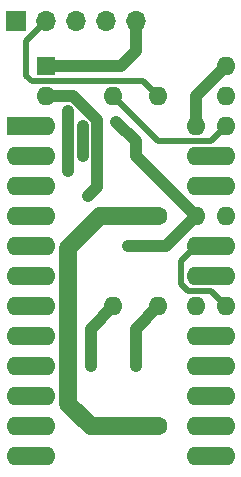
<source format=gbr>
G04 #@! TF.GenerationSoftware,KiCad,Pcbnew,(5.1.2)-1*
G04 #@! TF.CreationDate,2020-02-06T22:00:07-05:00*
G04 #@! TF.ProjectId,23xxxAdapter,32337878-7841-4646-9170-7465722e6b69,rev?*
G04 #@! TF.SameCoordinates,Original*
G04 #@! TF.FileFunction,Copper,L1,Top*
G04 #@! TF.FilePolarity,Positive*
%FSLAX46Y46*%
G04 Gerber Fmt 4.6, Leading zero omitted, Abs format (unit mm)*
G04 Created by KiCad (PCBNEW (5.1.2)-1) date 2020-02-06 22:00:07*
%MOMM*%
%LPD*%
G04 APERTURE LIST*
%ADD10R,1.600000X1.600000*%
%ADD11O,1.600000X1.600000*%
%ADD12R,1.700000X1.700000*%
%ADD13O,1.700000X1.700000*%
%ADD14C,1.600000*%
%ADD15C,0.800000*%
%ADD16C,1.500000*%
%ADD17C,0.539000*%
%ADD18C,1.000000*%
%ADD19C,0.540000*%
G04 APERTURE END LIST*
D10*
X157480000Y-73660000D03*
D11*
X172720000Y-106680000D03*
X157480000Y-76200000D03*
X172720000Y-104140000D03*
X157480000Y-78740000D03*
X172720000Y-101600000D03*
X157480000Y-81280000D03*
X172720000Y-99060000D03*
X157480000Y-83820000D03*
X172720000Y-96520000D03*
X157480000Y-86360000D03*
X172720000Y-93980000D03*
X157480000Y-88900000D03*
X172720000Y-91440000D03*
X157480000Y-91440000D03*
X172720000Y-88900000D03*
X157480000Y-93980000D03*
X172720000Y-86360000D03*
X157480000Y-96520000D03*
X172720000Y-83820000D03*
X157480000Y-99060000D03*
X172720000Y-81280000D03*
X157480000Y-101600000D03*
X172720000Y-78740000D03*
X157480000Y-104140000D03*
X172720000Y-76200000D03*
X157480000Y-106680000D03*
X172720000Y-73660000D03*
D12*
X154940000Y-69850000D03*
D13*
X157480000Y-69850000D03*
X160020000Y-69850000D03*
X162560000Y-69850000D03*
X165100000Y-69850000D03*
D14*
X167005000Y-86360000D03*
D11*
X167005000Y-76200000D03*
X163195000Y-76200000D03*
D14*
X163195000Y-86360000D03*
D11*
X167005000Y-93980000D03*
D14*
X167005000Y-104140000D03*
X163195000Y-104140000D03*
D11*
X163195000Y-93980000D03*
D10*
X154940000Y-78740000D03*
D11*
X170180000Y-106680000D03*
X154940000Y-81280000D03*
X170180000Y-104140000D03*
X154940000Y-83820000D03*
X170180000Y-101600000D03*
X154940000Y-86360000D03*
X170180000Y-99060000D03*
X154940000Y-88900000D03*
X170180000Y-96520000D03*
X154940000Y-91440000D03*
X170180000Y-93980000D03*
X154940000Y-93980000D03*
X170180000Y-91440000D03*
X154940000Y-96520000D03*
X170180000Y-88900000D03*
X154940000Y-99060000D03*
X170180000Y-86360000D03*
X154940000Y-101600000D03*
X170180000Y-83820000D03*
X154940000Y-104140000D03*
X170180000Y-81280000D03*
X154940000Y-106680000D03*
X170180000Y-78740000D03*
D15*
X160655000Y-78740000D03*
X160655000Y-81280000D03*
X165100000Y-99060000D03*
X165100000Y-81280000D03*
X164465000Y-88900000D03*
X163449000Y-78359000D03*
X161290000Y-99060000D03*
X159385000Y-77470000D03*
X159385000Y-82550000D03*
X161054999Y-84690001D03*
D16*
X154940000Y-106680000D02*
X157480000Y-106680000D01*
D17*
X163994999Y-76999999D02*
X163195000Y-76200000D01*
X167004501Y-80009501D02*
X163994999Y-76999999D01*
X171450499Y-80009501D02*
X167004501Y-80009501D01*
X172720000Y-78740000D02*
X171450499Y-80009501D01*
D18*
X160655000Y-78740000D02*
X160655000Y-81280000D01*
D17*
X160655000Y-81280000D02*
X160655000Y-81280000D01*
D18*
X165100000Y-95885000D02*
X167005000Y-93980000D01*
X165100000Y-99060000D02*
X165100000Y-95885000D01*
X170180000Y-76200000D02*
X172720000Y-73660000D01*
X170180000Y-78740000D02*
X170180000Y-76200000D01*
D16*
X163195000Y-104140000D02*
X167005000Y-104140000D01*
X163195000Y-86360000D02*
X167005000Y-86360000D01*
X162063630Y-86360000D02*
X159385000Y-89038630D01*
X163195000Y-86360000D02*
X162063630Y-86360000D01*
X159385000Y-89038630D02*
X159385000Y-102235000D01*
X159385000Y-102235000D02*
X161290000Y-104140000D01*
X161290000Y-104140000D02*
X163195000Y-104140000D01*
X170180000Y-106680000D02*
X172720000Y-106680000D01*
D17*
X165100000Y-81280000D02*
X165100000Y-81280000D01*
X155829000Y-71501000D02*
X157480000Y-69850000D01*
X155829000Y-74454102D02*
X155829000Y-71501000D01*
X156305397Y-74930499D02*
X155829000Y-74454102D01*
X164465000Y-88900000D02*
X164465000Y-88900000D01*
D18*
X170180000Y-86360000D02*
X165100000Y-81280000D01*
X165100000Y-81280000D02*
X165100000Y-80010000D01*
X165100000Y-80010000D02*
X163449000Y-78359000D01*
X163449000Y-78359000D02*
X163449000Y-78359000D01*
X167640000Y-88900000D02*
X170180000Y-86360000D01*
X164465000Y-88900000D02*
X167640000Y-88900000D01*
D17*
X156306395Y-74929501D02*
X156305397Y-74930499D01*
X165734501Y-74929501D02*
X156306395Y-74929501D01*
X167005000Y-76200000D02*
X165734501Y-74929501D01*
D16*
X170180000Y-104140000D02*
X172720000Y-104140000D01*
X154940000Y-78740000D02*
X157480000Y-78740000D01*
X170180000Y-101600000D02*
X172720000Y-101600000D01*
X154940000Y-81280000D02*
X157480000Y-81280000D01*
X170180000Y-99060000D02*
X172720000Y-99060000D01*
X154940000Y-83820000D02*
X157480000Y-83820000D01*
X170180000Y-96520000D02*
X172720000Y-96520000D01*
X154940000Y-86360000D02*
X157480000Y-86360000D01*
X170180000Y-88900000D02*
X172720000Y-88900000D01*
D19*
X171450000Y-92710000D02*
X169545000Y-92710000D01*
X172720000Y-93980000D02*
X171450000Y-92710000D01*
X169380001Y-89699999D02*
X170180000Y-88900000D01*
X168909999Y-90170001D02*
X169380001Y-89699999D01*
X168909999Y-92074999D02*
X168909999Y-90170001D01*
X169545000Y-92710000D02*
X168909999Y-92074999D01*
D16*
X154940000Y-88900000D02*
X157480000Y-88900000D01*
X170180000Y-91440000D02*
X172720000Y-91440000D01*
X154940000Y-91440000D02*
X157480000Y-91440000D01*
X154940000Y-93980000D02*
X157480000Y-93980000D01*
X154940000Y-96520000D02*
X157480000Y-96520000D01*
X170180000Y-83820000D02*
X172720000Y-83820000D01*
X154940000Y-99060000D02*
X157480000Y-99060000D01*
X170180000Y-81280000D02*
X172720000Y-81280000D01*
X154940000Y-101600000D02*
X157480000Y-101600000D01*
X154940000Y-104140000D02*
X157480000Y-104140000D01*
D18*
X157480000Y-73660000D02*
X163830000Y-73660000D01*
X165100000Y-72390000D02*
X165100000Y-69850000D01*
X163830000Y-73660000D02*
X165100000Y-72390000D01*
X161290000Y-95885000D02*
X163195000Y-93980000D01*
X161290000Y-99060000D02*
X161290000Y-95885000D01*
D17*
X159385000Y-82550000D02*
X159385000Y-82550000D01*
D18*
X159385000Y-82550000D02*
X159385000Y-77470000D01*
X161855010Y-83889990D02*
X161054999Y-84690001D01*
X161855010Y-78242940D02*
X161855010Y-83889990D01*
X159812070Y-76200000D02*
X161855010Y-78242940D01*
X157480000Y-76200000D02*
X159812070Y-76200000D01*
X161054999Y-84690001D02*
X161054999Y-84690001D01*
M02*

</source>
